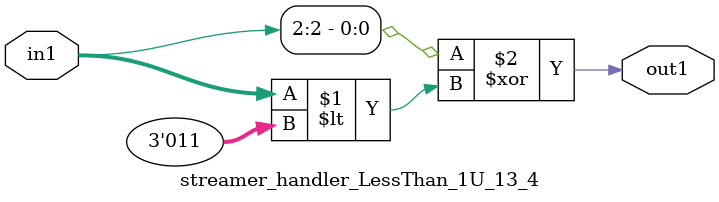
<source format=v>

`timescale 1ps / 1ps


module streamer_handler_LessThan_1U_13_4( in1, out1 );

    input [2:0] in1;
    output out1;

    
    // rtl_process:qkv_macro_handler_hub_LessThan_1U_52_4/qkv_macro_handler_hub_LessThan_1U_52_4_thread_1
    assign out1 = (in1[2] ^ in1 < 3'd3);

endmodule





</source>
